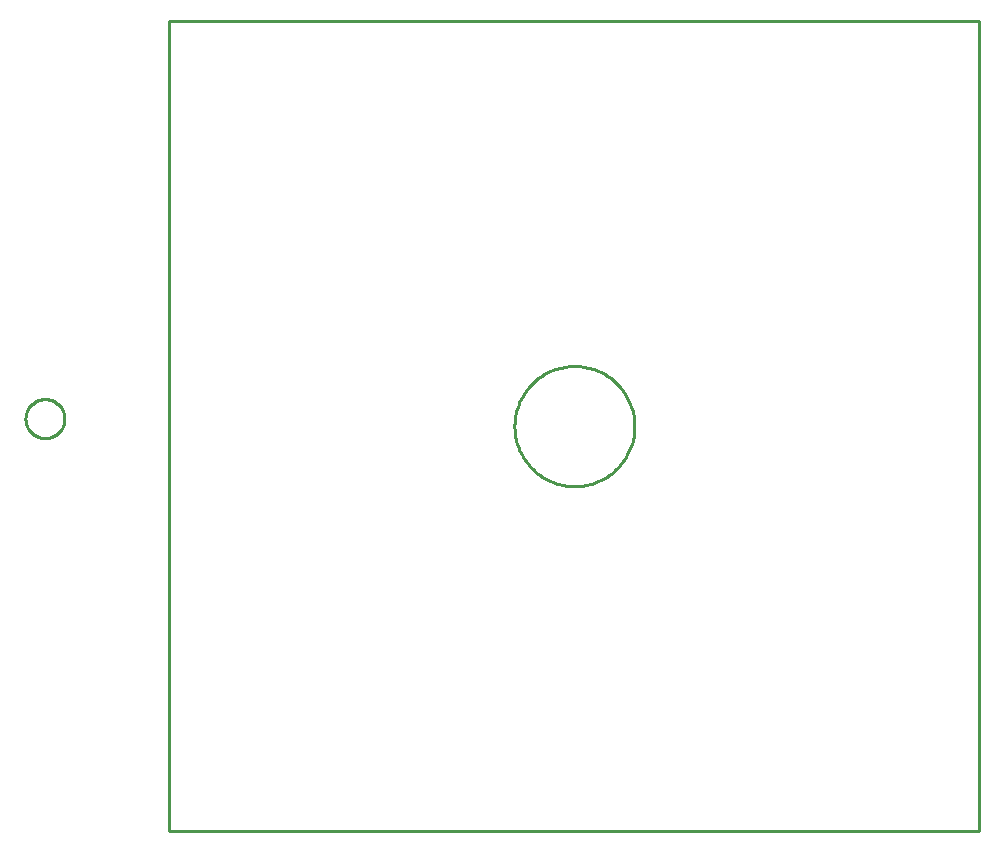
<source format=gbr>
G04 EAGLE Gerber RS-274X export*
G75*
%MOMM*%
%FSLAX34Y34*%
%LPD*%
%IN*%
%IPPOS*%
%AMOC8*
5,1,8,0,0,1.08239X$1,22.5*%
G01*
%ADD10C,0.254000*%


D10*
X0Y0D02*
X685800Y0D01*
X685800Y685800D01*
X0Y685800D01*
X0Y0D01*
X393700Y341902D02*
X393700Y343898D01*
X393622Y345891D01*
X393465Y347880D01*
X393231Y349862D01*
X392919Y351832D01*
X392529Y353789D01*
X392064Y355729D01*
X391522Y357649D01*
X390905Y359547D01*
X390215Y361419D01*
X389451Y363262D01*
X388616Y365074D01*
X387710Y366852D01*
X386735Y368592D01*
X385693Y370294D01*
X384584Y371952D01*
X383412Y373567D01*
X382177Y375133D01*
X380881Y376651D01*
X379526Y378116D01*
X378116Y379526D01*
X376651Y380881D01*
X375133Y382177D01*
X373567Y383412D01*
X371952Y384584D01*
X370294Y385693D01*
X368592Y386735D01*
X366852Y387710D01*
X365074Y388616D01*
X363262Y389451D01*
X361419Y390215D01*
X359547Y390905D01*
X357649Y391522D01*
X355729Y392064D01*
X353789Y392529D01*
X351832Y392919D01*
X349862Y393231D01*
X347880Y393465D01*
X345891Y393622D01*
X343898Y393700D01*
X341902Y393700D01*
X339909Y393622D01*
X337920Y393465D01*
X335938Y393231D01*
X333968Y392919D01*
X332011Y392529D01*
X330071Y392064D01*
X328151Y391522D01*
X326253Y390905D01*
X324381Y390215D01*
X322538Y389451D01*
X320726Y388616D01*
X318948Y387710D01*
X317208Y386735D01*
X315507Y385693D01*
X313848Y384584D01*
X312233Y383412D01*
X310667Y382177D01*
X309149Y380881D01*
X307684Y379526D01*
X306274Y378116D01*
X304919Y376651D01*
X303624Y375133D01*
X302388Y373567D01*
X301216Y371952D01*
X300107Y370294D01*
X299065Y368592D01*
X298090Y366852D01*
X297184Y365074D01*
X296349Y363262D01*
X295585Y361419D01*
X294895Y359547D01*
X294278Y357649D01*
X293737Y355729D01*
X293271Y353789D01*
X292882Y351832D01*
X292569Y349862D01*
X292335Y347880D01*
X292178Y345891D01*
X292100Y343898D01*
X292100Y341902D01*
X292178Y339909D01*
X292335Y337920D01*
X292569Y335938D01*
X292882Y333968D01*
X293271Y332011D01*
X293737Y330071D01*
X294278Y328151D01*
X294895Y326253D01*
X295585Y324381D01*
X296349Y322538D01*
X297184Y320726D01*
X298090Y318948D01*
X299065Y317208D01*
X300107Y315507D01*
X301216Y313848D01*
X302388Y312233D01*
X303624Y310667D01*
X304919Y309149D01*
X306274Y307684D01*
X307684Y306274D01*
X309149Y304919D01*
X310667Y303624D01*
X312233Y302388D01*
X313848Y301216D01*
X315507Y300107D01*
X317208Y299065D01*
X318948Y298090D01*
X320726Y297184D01*
X322538Y296349D01*
X324381Y295585D01*
X326253Y294895D01*
X328151Y294278D01*
X330071Y293737D01*
X332011Y293271D01*
X333968Y292882D01*
X335938Y292569D01*
X337920Y292335D01*
X339909Y292178D01*
X341902Y292100D01*
X343898Y292100D01*
X345891Y292178D01*
X347880Y292335D01*
X349862Y292569D01*
X351832Y292882D01*
X353789Y293271D01*
X355729Y293737D01*
X357649Y294278D01*
X359547Y294895D01*
X361419Y295585D01*
X363262Y296349D01*
X365074Y297184D01*
X366852Y298090D01*
X368592Y299065D01*
X370294Y300107D01*
X371952Y301216D01*
X373567Y302388D01*
X375133Y303624D01*
X376651Y304919D01*
X378116Y306274D01*
X379526Y307684D01*
X380881Y309149D01*
X382177Y310667D01*
X383412Y312233D01*
X384584Y313848D01*
X385693Y315507D01*
X386735Y317208D01*
X387710Y318948D01*
X388616Y320726D01*
X389451Y322538D01*
X390215Y324381D01*
X390905Y326253D01*
X391522Y328151D01*
X392064Y330071D01*
X392529Y332011D01*
X392919Y333968D01*
X393231Y335938D01*
X393465Y337920D01*
X393622Y339909D01*
X393700Y341902D01*
X-104870Y365760D02*
X-103791Y365689D01*
X-102719Y365548D01*
X-101659Y365337D01*
X-100615Y365058D01*
X-99591Y364710D01*
X-98593Y364296D01*
X-97623Y363818D01*
X-96687Y363278D01*
X-95788Y362677D01*
X-94931Y362019D01*
X-94118Y361307D01*
X-93354Y360542D01*
X-92641Y359729D01*
X-91983Y358872D01*
X-91382Y357973D01*
X-90842Y357037D01*
X-90364Y356067D01*
X-89950Y355069D01*
X-89602Y354045D01*
X-89323Y353001D01*
X-89112Y351941D01*
X-88971Y350869D01*
X-88900Y349790D01*
X-88900Y348710D01*
X-88971Y347631D01*
X-89112Y346559D01*
X-89323Y345499D01*
X-89602Y344455D01*
X-89950Y343431D01*
X-90364Y342433D01*
X-90842Y341463D01*
X-91382Y340527D01*
X-91983Y339628D01*
X-92641Y338771D01*
X-93354Y337958D01*
X-94118Y337194D01*
X-94931Y336481D01*
X-95788Y335823D01*
X-96687Y335222D01*
X-97623Y334682D01*
X-98593Y334204D01*
X-99591Y333790D01*
X-100615Y333442D01*
X-101659Y333163D01*
X-102719Y332952D01*
X-103791Y332811D01*
X-104870Y332740D01*
X-105950Y332740D01*
X-107029Y332811D01*
X-108101Y332952D01*
X-109161Y333163D01*
X-110205Y333442D01*
X-111229Y333790D01*
X-112227Y334204D01*
X-113197Y334682D01*
X-114133Y335222D01*
X-115032Y335823D01*
X-115889Y336481D01*
X-116702Y337194D01*
X-117467Y337958D01*
X-118179Y338771D01*
X-118837Y339628D01*
X-119438Y340527D01*
X-119978Y341463D01*
X-120456Y342433D01*
X-120870Y343431D01*
X-121218Y344455D01*
X-121497Y345499D01*
X-121708Y346559D01*
X-121849Y347631D01*
X-121920Y348710D01*
X-121920Y349790D01*
X-121849Y350869D01*
X-121708Y351941D01*
X-121497Y353001D01*
X-121218Y354045D01*
X-120870Y355069D01*
X-120456Y356067D01*
X-119978Y357037D01*
X-119438Y357973D01*
X-118837Y358872D01*
X-118179Y359729D01*
X-117467Y360542D01*
X-116702Y361307D01*
X-115889Y362019D01*
X-115032Y362677D01*
X-114133Y363278D01*
X-113197Y363818D01*
X-112227Y364296D01*
X-111229Y364710D01*
X-110205Y365058D01*
X-109161Y365337D01*
X-108101Y365548D01*
X-107029Y365689D01*
X-105950Y365760D01*
X-104870Y365760D01*
M02*

</source>
